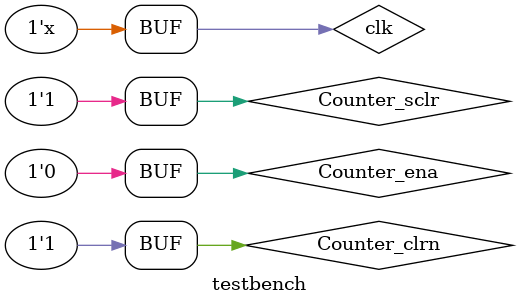
<source format=sv>
`timescale 1ns / 1ps

module testbench
(
);
/*=================================================================*\
 - - - - - - - - - Global signals - - - - - - - - - - - - - - - - - -
\*=================================================================*/

bit clk;
	
initial 
begin
	clk		= 1'b0;
end

always 
  #5  clk = !clk; 

/*=================================================================*\
 - - - - - - - - - - - Counter - - - - - - - - - - - - - - - - - - -
\*=================================================================*/

bit Counter_clrn, Counter_sclr, Counter_ena;
bit [7 : 0]Counter_q;

initial
begin
	Counter_clrn = '0;
	Counter_sclr = '0;
	Counter_ena  = '0;
	
#20	Counter_clrn = '1;
	Counter_sclr = '1;
	Counter_ena  = '1;

#23 Counter_clrn = '0;
#5  Counter_clrn = '1;

#34 Counter_sclr = '0;
#10 Counter_sclr = '1;

#66 Counter_ena  = '0; 

end


 Counter Counter_inst
(
    .clk 	(clk),     
    .clrn	(Counter_clrn),             
    .sclr	(Counter_sclr),        
    .ena 	(Counter_ena),         
    .q		(Counter_q)
);
endmodule:testbench
</source>
